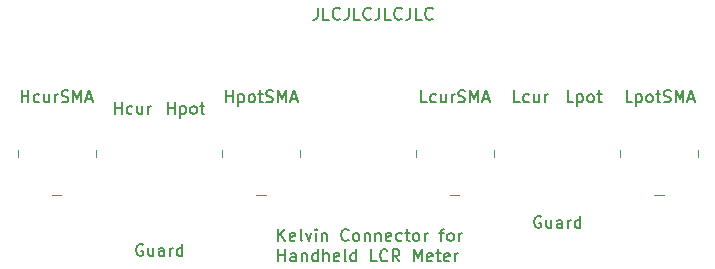
<source format=gbr>
G04 #@! TF.GenerationSoftware,KiCad,Pcbnew,(5.1.0)-1*
G04 #@! TF.CreationDate,2019-08-14T22:30:10+08:00*
G04 #@! TF.ProjectId,Kelvin Connector for Handheld LCR Meter,4b656c76-696e-4204-936f-6e6e6563746f,1.01*
G04 #@! TF.SameCoordinates,Original*
G04 #@! TF.FileFunction,Legend,Top*
G04 #@! TF.FilePolarity,Positive*
%FSLAX46Y46*%
G04 Gerber Fmt 4.6, Leading zero omitted, Abs format (unit mm)*
G04 Created by KiCad (PCBNEW (5.1.0)-1) date 2019-08-14 22:30:10*
%MOMM*%
%LPD*%
G04 APERTURE LIST*
%ADD10C,0.203200*%
%ADD11C,0.100000*%
%ADD12C,0.150000*%
G04 APERTURE END LIST*
D10*
X211107047Y-80643619D02*
X211107047Y-81369333D01*
X211058666Y-81514476D01*
X210961904Y-81611238D01*
X210816761Y-81659619D01*
X210720000Y-81659619D01*
X212074666Y-81659619D02*
X211590857Y-81659619D01*
X211590857Y-80643619D01*
X212993904Y-81562857D02*
X212945523Y-81611238D01*
X212800380Y-81659619D01*
X212703619Y-81659619D01*
X212558476Y-81611238D01*
X212461714Y-81514476D01*
X212413333Y-81417714D01*
X212364952Y-81224190D01*
X212364952Y-81079047D01*
X212413333Y-80885523D01*
X212461714Y-80788761D01*
X212558476Y-80692000D01*
X212703619Y-80643619D01*
X212800380Y-80643619D01*
X212945523Y-80692000D01*
X212993904Y-80740380D01*
X213719619Y-80643619D02*
X213719619Y-81369333D01*
X213671238Y-81514476D01*
X213574476Y-81611238D01*
X213429333Y-81659619D01*
X213332571Y-81659619D01*
X214687238Y-81659619D02*
X214203428Y-81659619D01*
X214203428Y-80643619D01*
X215606476Y-81562857D02*
X215558095Y-81611238D01*
X215412952Y-81659619D01*
X215316190Y-81659619D01*
X215171047Y-81611238D01*
X215074285Y-81514476D01*
X215025904Y-81417714D01*
X214977523Y-81224190D01*
X214977523Y-81079047D01*
X215025904Y-80885523D01*
X215074285Y-80788761D01*
X215171047Y-80692000D01*
X215316190Y-80643619D01*
X215412952Y-80643619D01*
X215558095Y-80692000D01*
X215606476Y-80740380D01*
X216332190Y-80643619D02*
X216332190Y-81369333D01*
X216283809Y-81514476D01*
X216187047Y-81611238D01*
X216041904Y-81659619D01*
X215945142Y-81659619D01*
X217299809Y-81659619D02*
X216816000Y-81659619D01*
X216816000Y-80643619D01*
X218219047Y-81562857D02*
X218170666Y-81611238D01*
X218025523Y-81659619D01*
X217928761Y-81659619D01*
X217783619Y-81611238D01*
X217686857Y-81514476D01*
X217638476Y-81417714D01*
X217590095Y-81224190D01*
X217590095Y-81079047D01*
X217638476Y-80885523D01*
X217686857Y-80788761D01*
X217783619Y-80692000D01*
X217928761Y-80643619D01*
X218025523Y-80643619D01*
X218170666Y-80692000D01*
X218219047Y-80740380D01*
X218944761Y-80643619D02*
X218944761Y-81369333D01*
X218896380Y-81514476D01*
X218799619Y-81611238D01*
X218654476Y-81659619D01*
X218557714Y-81659619D01*
X219912380Y-81659619D02*
X219428571Y-81659619D01*
X219428571Y-80643619D01*
X220831619Y-81562857D02*
X220783238Y-81611238D01*
X220638095Y-81659619D01*
X220541333Y-81659619D01*
X220396190Y-81611238D01*
X220299428Y-81514476D01*
X220251047Y-81417714D01*
X220202666Y-81224190D01*
X220202666Y-81079047D01*
X220251047Y-80885523D01*
X220299428Y-80788761D01*
X220396190Y-80692000D01*
X220541333Y-80643619D01*
X220638095Y-80643619D01*
X220783238Y-80692000D01*
X220831619Y-80740380D01*
X207773984Y-100396019D02*
X207773984Y-99380019D01*
X208354556Y-100396019D02*
X207919127Y-99815447D01*
X208354556Y-99380019D02*
X207773984Y-99960590D01*
X209177032Y-100347638D02*
X209080270Y-100396019D01*
X208886746Y-100396019D01*
X208789984Y-100347638D01*
X208741603Y-100250876D01*
X208741603Y-99863828D01*
X208789984Y-99767066D01*
X208886746Y-99718685D01*
X209080270Y-99718685D01*
X209177032Y-99767066D01*
X209225413Y-99863828D01*
X209225413Y-99960590D01*
X208741603Y-100057352D01*
X209805984Y-100396019D02*
X209709222Y-100347638D01*
X209660841Y-100250876D01*
X209660841Y-99380019D01*
X210096270Y-99718685D02*
X210338175Y-100396019D01*
X210580080Y-99718685D01*
X210967127Y-100396019D02*
X210967127Y-99718685D01*
X210967127Y-99380019D02*
X210918746Y-99428400D01*
X210967127Y-99476780D01*
X211015508Y-99428400D01*
X210967127Y-99380019D01*
X210967127Y-99476780D01*
X211450937Y-99718685D02*
X211450937Y-100396019D01*
X211450937Y-99815447D02*
X211499318Y-99767066D01*
X211596080Y-99718685D01*
X211741222Y-99718685D01*
X211837984Y-99767066D01*
X211886365Y-99863828D01*
X211886365Y-100396019D01*
X213724841Y-100299257D02*
X213676460Y-100347638D01*
X213531318Y-100396019D01*
X213434556Y-100396019D01*
X213289413Y-100347638D01*
X213192651Y-100250876D01*
X213144270Y-100154114D01*
X213095889Y-99960590D01*
X213095889Y-99815447D01*
X213144270Y-99621923D01*
X213192651Y-99525161D01*
X213289413Y-99428400D01*
X213434556Y-99380019D01*
X213531318Y-99380019D01*
X213676460Y-99428400D01*
X213724841Y-99476780D01*
X214305413Y-100396019D02*
X214208651Y-100347638D01*
X214160270Y-100299257D01*
X214111889Y-100202495D01*
X214111889Y-99912209D01*
X214160270Y-99815447D01*
X214208651Y-99767066D01*
X214305413Y-99718685D01*
X214450556Y-99718685D01*
X214547318Y-99767066D01*
X214595699Y-99815447D01*
X214644080Y-99912209D01*
X214644080Y-100202495D01*
X214595699Y-100299257D01*
X214547318Y-100347638D01*
X214450556Y-100396019D01*
X214305413Y-100396019D01*
X215079508Y-99718685D02*
X215079508Y-100396019D01*
X215079508Y-99815447D02*
X215127889Y-99767066D01*
X215224651Y-99718685D01*
X215369794Y-99718685D01*
X215466556Y-99767066D01*
X215514937Y-99863828D01*
X215514937Y-100396019D01*
X215998746Y-99718685D02*
X215998746Y-100396019D01*
X215998746Y-99815447D02*
X216047127Y-99767066D01*
X216143889Y-99718685D01*
X216289032Y-99718685D01*
X216385794Y-99767066D01*
X216434175Y-99863828D01*
X216434175Y-100396019D01*
X217305032Y-100347638D02*
X217208270Y-100396019D01*
X217014746Y-100396019D01*
X216917984Y-100347638D01*
X216869603Y-100250876D01*
X216869603Y-99863828D01*
X216917984Y-99767066D01*
X217014746Y-99718685D01*
X217208270Y-99718685D01*
X217305032Y-99767066D01*
X217353413Y-99863828D01*
X217353413Y-99960590D01*
X216869603Y-100057352D01*
X218224270Y-100347638D02*
X218127508Y-100396019D01*
X217933984Y-100396019D01*
X217837222Y-100347638D01*
X217788841Y-100299257D01*
X217740460Y-100202495D01*
X217740460Y-99912209D01*
X217788841Y-99815447D01*
X217837222Y-99767066D01*
X217933984Y-99718685D01*
X218127508Y-99718685D01*
X218224270Y-99767066D01*
X218514556Y-99718685D02*
X218901603Y-99718685D01*
X218659699Y-99380019D02*
X218659699Y-100250876D01*
X218708080Y-100347638D01*
X218804841Y-100396019D01*
X218901603Y-100396019D01*
X219385413Y-100396019D02*
X219288651Y-100347638D01*
X219240270Y-100299257D01*
X219191889Y-100202495D01*
X219191889Y-99912209D01*
X219240270Y-99815447D01*
X219288651Y-99767066D01*
X219385413Y-99718685D01*
X219530556Y-99718685D01*
X219627318Y-99767066D01*
X219675699Y-99815447D01*
X219724080Y-99912209D01*
X219724080Y-100202495D01*
X219675699Y-100299257D01*
X219627318Y-100347638D01*
X219530556Y-100396019D01*
X219385413Y-100396019D01*
X220159508Y-100396019D02*
X220159508Y-99718685D01*
X220159508Y-99912209D02*
X220207889Y-99815447D01*
X220256270Y-99767066D01*
X220353032Y-99718685D01*
X220449794Y-99718685D01*
X221417413Y-99718685D02*
X221804460Y-99718685D01*
X221562556Y-100396019D02*
X221562556Y-99525161D01*
X221610937Y-99428400D01*
X221707699Y-99380019D01*
X221804460Y-99380019D01*
X222288270Y-100396019D02*
X222191508Y-100347638D01*
X222143127Y-100299257D01*
X222094746Y-100202495D01*
X222094746Y-99912209D01*
X222143127Y-99815447D01*
X222191508Y-99767066D01*
X222288270Y-99718685D01*
X222433413Y-99718685D01*
X222530175Y-99767066D01*
X222578556Y-99815447D01*
X222626937Y-99912209D01*
X222626937Y-100202495D01*
X222578556Y-100299257D01*
X222530175Y-100347638D01*
X222433413Y-100396019D01*
X222288270Y-100396019D01*
X223062365Y-100396019D02*
X223062365Y-99718685D01*
X223062365Y-99912209D02*
X223110746Y-99815447D01*
X223159127Y-99767066D01*
X223255889Y-99718685D01*
X223352651Y-99718685D01*
X207773984Y-102123219D02*
X207773984Y-101107219D01*
X207773984Y-101591028D02*
X208354556Y-101591028D01*
X208354556Y-102123219D02*
X208354556Y-101107219D01*
X209273794Y-102123219D02*
X209273794Y-101591028D01*
X209225413Y-101494266D01*
X209128651Y-101445885D01*
X208935127Y-101445885D01*
X208838365Y-101494266D01*
X209273794Y-102074838D02*
X209177032Y-102123219D01*
X208935127Y-102123219D01*
X208838365Y-102074838D01*
X208789984Y-101978076D01*
X208789984Y-101881314D01*
X208838365Y-101784552D01*
X208935127Y-101736171D01*
X209177032Y-101736171D01*
X209273794Y-101687790D01*
X209757603Y-101445885D02*
X209757603Y-102123219D01*
X209757603Y-101542647D02*
X209805984Y-101494266D01*
X209902746Y-101445885D01*
X210047889Y-101445885D01*
X210144651Y-101494266D01*
X210193032Y-101591028D01*
X210193032Y-102123219D01*
X211112270Y-102123219D02*
X211112270Y-101107219D01*
X211112270Y-102074838D02*
X211015508Y-102123219D01*
X210821984Y-102123219D01*
X210725222Y-102074838D01*
X210676841Y-102026457D01*
X210628460Y-101929695D01*
X210628460Y-101639409D01*
X210676841Y-101542647D01*
X210725222Y-101494266D01*
X210821984Y-101445885D01*
X211015508Y-101445885D01*
X211112270Y-101494266D01*
X211596080Y-102123219D02*
X211596080Y-101107219D01*
X212031508Y-102123219D02*
X212031508Y-101591028D01*
X211983127Y-101494266D01*
X211886365Y-101445885D01*
X211741222Y-101445885D01*
X211644460Y-101494266D01*
X211596080Y-101542647D01*
X212902365Y-102074838D02*
X212805603Y-102123219D01*
X212612080Y-102123219D01*
X212515318Y-102074838D01*
X212466937Y-101978076D01*
X212466937Y-101591028D01*
X212515318Y-101494266D01*
X212612080Y-101445885D01*
X212805603Y-101445885D01*
X212902365Y-101494266D01*
X212950746Y-101591028D01*
X212950746Y-101687790D01*
X212466937Y-101784552D01*
X213531318Y-102123219D02*
X213434556Y-102074838D01*
X213386175Y-101978076D01*
X213386175Y-101107219D01*
X214353794Y-102123219D02*
X214353794Y-101107219D01*
X214353794Y-102074838D02*
X214257032Y-102123219D01*
X214063508Y-102123219D01*
X213966746Y-102074838D01*
X213918365Y-102026457D01*
X213869984Y-101929695D01*
X213869984Y-101639409D01*
X213918365Y-101542647D01*
X213966746Y-101494266D01*
X214063508Y-101445885D01*
X214257032Y-101445885D01*
X214353794Y-101494266D01*
X216095508Y-102123219D02*
X215611699Y-102123219D01*
X215611699Y-101107219D01*
X217014746Y-102026457D02*
X216966365Y-102074838D01*
X216821222Y-102123219D01*
X216724460Y-102123219D01*
X216579318Y-102074838D01*
X216482556Y-101978076D01*
X216434175Y-101881314D01*
X216385794Y-101687790D01*
X216385794Y-101542647D01*
X216434175Y-101349123D01*
X216482556Y-101252361D01*
X216579318Y-101155600D01*
X216724460Y-101107219D01*
X216821222Y-101107219D01*
X216966365Y-101155600D01*
X217014746Y-101203980D01*
X218030746Y-102123219D02*
X217692080Y-101639409D01*
X217450175Y-102123219D02*
X217450175Y-101107219D01*
X217837222Y-101107219D01*
X217933984Y-101155600D01*
X217982365Y-101203980D01*
X218030746Y-101300742D01*
X218030746Y-101445885D01*
X217982365Y-101542647D01*
X217933984Y-101591028D01*
X217837222Y-101639409D01*
X217450175Y-101639409D01*
X219240270Y-102123219D02*
X219240270Y-101107219D01*
X219578937Y-101832933D01*
X219917603Y-101107219D01*
X219917603Y-102123219D01*
X220788460Y-102074838D02*
X220691699Y-102123219D01*
X220498175Y-102123219D01*
X220401413Y-102074838D01*
X220353032Y-101978076D01*
X220353032Y-101591028D01*
X220401413Y-101494266D01*
X220498175Y-101445885D01*
X220691699Y-101445885D01*
X220788460Y-101494266D01*
X220836841Y-101591028D01*
X220836841Y-101687790D01*
X220353032Y-101784552D01*
X221127127Y-101445885D02*
X221514175Y-101445885D01*
X221272270Y-101107219D02*
X221272270Y-101978076D01*
X221320651Y-102074838D01*
X221417413Y-102123219D01*
X221514175Y-102123219D01*
X222239889Y-102074838D02*
X222143127Y-102123219D01*
X221949603Y-102123219D01*
X221852841Y-102074838D01*
X221804460Y-101978076D01*
X221804460Y-101591028D01*
X221852841Y-101494266D01*
X221949603Y-101445885D01*
X222143127Y-101445885D01*
X222239889Y-101494266D01*
X222288270Y-101591028D01*
X222288270Y-101687790D01*
X221804460Y-101784552D01*
X222723699Y-102123219D02*
X222723699Y-101445885D01*
X222723699Y-101639409D02*
X222772080Y-101542647D01*
X222820460Y-101494266D01*
X222917222Y-101445885D01*
X223013984Y-101445885D01*
D11*
X222700000Y-96500000D02*
X223100000Y-96500000D01*
X222700000Y-96500000D02*
X222300000Y-96500000D01*
X219400000Y-93300000D02*
X219400000Y-92700000D01*
X226000000Y-93300000D02*
X226000000Y-92700000D01*
X209600000Y-93300000D02*
X209600000Y-92700000D01*
X203000000Y-93300000D02*
X203000000Y-92700000D01*
X206300000Y-96500000D02*
X205900000Y-96500000D01*
X206300000Y-96500000D02*
X206700000Y-96500000D01*
X189000000Y-96500000D02*
X189400000Y-96500000D01*
X189000000Y-96500000D02*
X188600000Y-96500000D01*
X185700000Y-93300000D02*
X185700000Y-92700000D01*
X192300000Y-93300000D02*
X192300000Y-92700000D01*
X243300000Y-93300000D02*
X243300000Y-92700000D01*
X236700000Y-93300000D02*
X236700000Y-92700000D01*
X240000000Y-96500000D02*
X239600000Y-96500000D01*
X240000000Y-96500000D02*
X240400000Y-96500000D01*
D12*
X220342857Y-88652380D02*
X219866666Y-88652380D01*
X219866666Y-87652380D01*
X221104761Y-88604761D02*
X221009523Y-88652380D01*
X220819047Y-88652380D01*
X220723809Y-88604761D01*
X220676190Y-88557142D01*
X220628571Y-88461904D01*
X220628571Y-88176190D01*
X220676190Y-88080952D01*
X220723809Y-88033333D01*
X220819047Y-87985714D01*
X221009523Y-87985714D01*
X221104761Y-88033333D01*
X221961904Y-87985714D02*
X221961904Y-88652380D01*
X221533333Y-87985714D02*
X221533333Y-88509523D01*
X221580952Y-88604761D01*
X221676190Y-88652380D01*
X221819047Y-88652380D01*
X221914285Y-88604761D01*
X221961904Y-88557142D01*
X222438095Y-88652380D02*
X222438095Y-87985714D01*
X222438095Y-88176190D02*
X222485714Y-88080952D01*
X222533333Y-88033333D01*
X222628571Y-87985714D01*
X222723809Y-87985714D01*
X223009523Y-88604761D02*
X223152380Y-88652380D01*
X223390476Y-88652380D01*
X223485714Y-88604761D01*
X223533333Y-88557142D01*
X223580952Y-88461904D01*
X223580952Y-88366666D01*
X223533333Y-88271428D01*
X223485714Y-88223809D01*
X223390476Y-88176190D01*
X223200000Y-88128571D01*
X223104761Y-88080952D01*
X223057142Y-88033333D01*
X223009523Y-87938095D01*
X223009523Y-87842857D01*
X223057142Y-87747619D01*
X223104761Y-87700000D01*
X223200000Y-87652380D01*
X223438095Y-87652380D01*
X223580952Y-87700000D01*
X224009523Y-88652380D02*
X224009523Y-87652380D01*
X224342857Y-88366666D01*
X224676190Y-87652380D01*
X224676190Y-88652380D01*
X225104761Y-88366666D02*
X225580952Y-88366666D01*
X225009523Y-88652380D02*
X225342857Y-87652380D01*
X225676190Y-88652380D01*
X229993238Y-98348000D02*
X229898000Y-98300380D01*
X229755142Y-98300380D01*
X229612285Y-98348000D01*
X229517047Y-98443238D01*
X229469428Y-98538476D01*
X229421809Y-98728952D01*
X229421809Y-98871809D01*
X229469428Y-99062285D01*
X229517047Y-99157523D01*
X229612285Y-99252761D01*
X229755142Y-99300380D01*
X229850380Y-99300380D01*
X229993238Y-99252761D01*
X230040857Y-99205142D01*
X230040857Y-98871809D01*
X229850380Y-98871809D01*
X230898000Y-98633714D02*
X230898000Y-99300380D01*
X230469428Y-98633714D02*
X230469428Y-99157523D01*
X230517047Y-99252761D01*
X230612285Y-99300380D01*
X230755142Y-99300380D01*
X230850380Y-99252761D01*
X230898000Y-99205142D01*
X231802761Y-99300380D02*
X231802761Y-98776571D01*
X231755142Y-98681333D01*
X231659904Y-98633714D01*
X231469428Y-98633714D01*
X231374190Y-98681333D01*
X231802761Y-99252761D02*
X231707523Y-99300380D01*
X231469428Y-99300380D01*
X231374190Y-99252761D01*
X231326571Y-99157523D01*
X231326571Y-99062285D01*
X231374190Y-98967047D01*
X231469428Y-98919428D01*
X231707523Y-98919428D01*
X231802761Y-98871809D01*
X232278952Y-99300380D02*
X232278952Y-98633714D01*
X232278952Y-98824190D02*
X232326571Y-98728952D01*
X232374190Y-98681333D01*
X232469428Y-98633714D01*
X232564666Y-98633714D01*
X233326571Y-99300380D02*
X233326571Y-98300380D01*
X233326571Y-99252761D02*
X233231333Y-99300380D01*
X233040857Y-99300380D01*
X232945619Y-99252761D01*
X232898000Y-99205142D01*
X232850380Y-99109904D01*
X232850380Y-98824190D01*
X232898000Y-98728952D01*
X232945619Y-98681333D01*
X233040857Y-98633714D01*
X233231333Y-98633714D01*
X233326571Y-98681333D01*
X196295238Y-100700000D02*
X196200000Y-100652380D01*
X196057142Y-100652380D01*
X195914285Y-100700000D01*
X195819047Y-100795238D01*
X195771428Y-100890476D01*
X195723809Y-101080952D01*
X195723809Y-101223809D01*
X195771428Y-101414285D01*
X195819047Y-101509523D01*
X195914285Y-101604761D01*
X196057142Y-101652380D01*
X196152380Y-101652380D01*
X196295238Y-101604761D01*
X196342857Y-101557142D01*
X196342857Y-101223809D01*
X196152380Y-101223809D01*
X197200000Y-100985714D02*
X197200000Y-101652380D01*
X196771428Y-100985714D02*
X196771428Y-101509523D01*
X196819047Y-101604761D01*
X196914285Y-101652380D01*
X197057142Y-101652380D01*
X197152380Y-101604761D01*
X197200000Y-101557142D01*
X198104761Y-101652380D02*
X198104761Y-101128571D01*
X198057142Y-101033333D01*
X197961904Y-100985714D01*
X197771428Y-100985714D01*
X197676190Y-101033333D01*
X198104761Y-101604761D02*
X198009523Y-101652380D01*
X197771428Y-101652380D01*
X197676190Y-101604761D01*
X197628571Y-101509523D01*
X197628571Y-101414285D01*
X197676190Y-101319047D01*
X197771428Y-101271428D01*
X198009523Y-101271428D01*
X198104761Y-101223809D01*
X198580952Y-101652380D02*
X198580952Y-100985714D01*
X198580952Y-101176190D02*
X198628571Y-101080952D01*
X198676190Y-101033333D01*
X198771428Y-100985714D01*
X198866666Y-100985714D01*
X199628571Y-101652380D02*
X199628571Y-100652380D01*
X199628571Y-101604761D02*
X199533333Y-101652380D01*
X199342857Y-101652380D01*
X199247619Y-101604761D01*
X199200000Y-101557142D01*
X199152380Y-101461904D01*
X199152380Y-101176190D01*
X199200000Y-101080952D01*
X199247619Y-101033333D01*
X199342857Y-100985714D01*
X199533333Y-100985714D01*
X199628571Y-101033333D01*
X193923809Y-89642380D02*
X193923809Y-88642380D01*
X193923809Y-89118571D02*
X194495238Y-89118571D01*
X194495238Y-89642380D02*
X194495238Y-88642380D01*
X195400000Y-89594761D02*
X195304761Y-89642380D01*
X195114285Y-89642380D01*
X195019047Y-89594761D01*
X194971428Y-89547142D01*
X194923809Y-89451904D01*
X194923809Y-89166190D01*
X194971428Y-89070952D01*
X195019047Y-89023333D01*
X195114285Y-88975714D01*
X195304761Y-88975714D01*
X195400000Y-89023333D01*
X196257142Y-88975714D02*
X196257142Y-89642380D01*
X195828571Y-88975714D02*
X195828571Y-89499523D01*
X195876190Y-89594761D01*
X195971428Y-89642380D01*
X196114285Y-89642380D01*
X196209523Y-89594761D01*
X196257142Y-89547142D01*
X196733333Y-89642380D02*
X196733333Y-88975714D01*
X196733333Y-89166190D02*
X196780952Y-89070952D01*
X196828571Y-89023333D01*
X196923809Y-88975714D01*
X197019047Y-88975714D01*
X203347619Y-88652380D02*
X203347619Y-87652380D01*
X203347619Y-88128571D02*
X203919047Y-88128571D01*
X203919047Y-88652380D02*
X203919047Y-87652380D01*
X204395238Y-87985714D02*
X204395238Y-88985714D01*
X204395238Y-88033333D02*
X204490476Y-87985714D01*
X204680952Y-87985714D01*
X204776190Y-88033333D01*
X204823809Y-88080952D01*
X204871428Y-88176190D01*
X204871428Y-88461904D01*
X204823809Y-88557142D01*
X204776190Y-88604761D01*
X204680952Y-88652380D01*
X204490476Y-88652380D01*
X204395238Y-88604761D01*
X205442857Y-88652380D02*
X205347619Y-88604761D01*
X205300000Y-88557142D01*
X205252380Y-88461904D01*
X205252380Y-88176190D01*
X205300000Y-88080952D01*
X205347619Y-88033333D01*
X205442857Y-87985714D01*
X205585714Y-87985714D01*
X205680952Y-88033333D01*
X205728571Y-88080952D01*
X205776190Y-88176190D01*
X205776190Y-88461904D01*
X205728571Y-88557142D01*
X205680952Y-88604761D01*
X205585714Y-88652380D01*
X205442857Y-88652380D01*
X206061904Y-87985714D02*
X206442857Y-87985714D01*
X206204761Y-87652380D02*
X206204761Y-88509523D01*
X206252380Y-88604761D01*
X206347619Y-88652380D01*
X206442857Y-88652380D01*
X206728571Y-88604761D02*
X206871428Y-88652380D01*
X207109523Y-88652380D01*
X207204761Y-88604761D01*
X207252380Y-88557142D01*
X207300000Y-88461904D01*
X207300000Y-88366666D01*
X207252380Y-88271428D01*
X207204761Y-88223809D01*
X207109523Y-88176190D01*
X206919047Y-88128571D01*
X206823809Y-88080952D01*
X206776190Y-88033333D01*
X206728571Y-87938095D01*
X206728571Y-87842857D01*
X206776190Y-87747619D01*
X206823809Y-87700000D01*
X206919047Y-87652380D01*
X207157142Y-87652380D01*
X207300000Y-87700000D01*
X207728571Y-88652380D02*
X207728571Y-87652380D01*
X208061904Y-88366666D01*
X208395238Y-87652380D01*
X208395238Y-88652380D01*
X208823809Y-88366666D02*
X209300000Y-88366666D01*
X208728571Y-88652380D02*
X209061904Y-87652380D01*
X209395238Y-88652380D01*
X198423809Y-89642380D02*
X198423809Y-88642380D01*
X198423809Y-89118571D02*
X198995238Y-89118571D01*
X198995238Y-89642380D02*
X198995238Y-88642380D01*
X199471428Y-88975714D02*
X199471428Y-89975714D01*
X199471428Y-89023333D02*
X199566666Y-88975714D01*
X199757142Y-88975714D01*
X199852380Y-89023333D01*
X199900000Y-89070952D01*
X199947619Y-89166190D01*
X199947619Y-89451904D01*
X199900000Y-89547142D01*
X199852380Y-89594761D01*
X199757142Y-89642380D01*
X199566666Y-89642380D01*
X199471428Y-89594761D01*
X200519047Y-89642380D02*
X200423809Y-89594761D01*
X200376190Y-89547142D01*
X200328571Y-89451904D01*
X200328571Y-89166190D01*
X200376190Y-89070952D01*
X200423809Y-89023333D01*
X200519047Y-88975714D01*
X200661904Y-88975714D01*
X200757142Y-89023333D01*
X200804761Y-89070952D01*
X200852380Y-89166190D01*
X200852380Y-89451904D01*
X200804761Y-89547142D01*
X200757142Y-89594761D01*
X200661904Y-89642380D01*
X200519047Y-89642380D01*
X201138095Y-88975714D02*
X201519047Y-88975714D01*
X201280952Y-88642380D02*
X201280952Y-89499523D01*
X201328571Y-89594761D01*
X201423809Y-89642380D01*
X201519047Y-89642380D01*
X186047619Y-88652380D02*
X186047619Y-87652380D01*
X186047619Y-88128571D02*
X186619047Y-88128571D01*
X186619047Y-88652380D02*
X186619047Y-87652380D01*
X187523809Y-88604761D02*
X187428571Y-88652380D01*
X187238095Y-88652380D01*
X187142857Y-88604761D01*
X187095238Y-88557142D01*
X187047619Y-88461904D01*
X187047619Y-88176190D01*
X187095238Y-88080952D01*
X187142857Y-88033333D01*
X187238095Y-87985714D01*
X187428571Y-87985714D01*
X187523809Y-88033333D01*
X188380952Y-87985714D02*
X188380952Y-88652380D01*
X187952380Y-87985714D02*
X187952380Y-88509523D01*
X188000000Y-88604761D01*
X188095238Y-88652380D01*
X188238095Y-88652380D01*
X188333333Y-88604761D01*
X188380952Y-88557142D01*
X188857142Y-88652380D02*
X188857142Y-87985714D01*
X188857142Y-88176190D02*
X188904761Y-88080952D01*
X188952380Y-88033333D01*
X189047619Y-87985714D01*
X189142857Y-87985714D01*
X189428571Y-88604761D02*
X189571428Y-88652380D01*
X189809523Y-88652380D01*
X189904761Y-88604761D01*
X189952380Y-88557142D01*
X190000000Y-88461904D01*
X190000000Y-88366666D01*
X189952380Y-88271428D01*
X189904761Y-88223809D01*
X189809523Y-88176190D01*
X189619047Y-88128571D01*
X189523809Y-88080952D01*
X189476190Y-88033333D01*
X189428571Y-87938095D01*
X189428571Y-87842857D01*
X189476190Y-87747619D01*
X189523809Y-87700000D01*
X189619047Y-87652380D01*
X189857142Y-87652380D01*
X190000000Y-87700000D01*
X190428571Y-88652380D02*
X190428571Y-87652380D01*
X190761904Y-88366666D01*
X191095238Y-87652380D01*
X191095238Y-88652380D01*
X191523809Y-88366666D02*
X192000000Y-88366666D01*
X191428571Y-88652380D02*
X191761904Y-87652380D01*
X192095238Y-88652380D01*
X228219047Y-88652380D02*
X227742857Y-88652380D01*
X227742857Y-87652380D01*
X228980952Y-88604761D02*
X228885714Y-88652380D01*
X228695238Y-88652380D01*
X228600000Y-88604761D01*
X228552380Y-88557142D01*
X228504761Y-88461904D01*
X228504761Y-88176190D01*
X228552380Y-88080952D01*
X228600000Y-88033333D01*
X228695238Y-87985714D01*
X228885714Y-87985714D01*
X228980952Y-88033333D01*
X229838095Y-87985714D02*
X229838095Y-88652380D01*
X229409523Y-87985714D02*
X229409523Y-88509523D01*
X229457142Y-88604761D01*
X229552380Y-88652380D01*
X229695238Y-88652380D01*
X229790476Y-88604761D01*
X229838095Y-88557142D01*
X230314285Y-88652380D02*
X230314285Y-87985714D01*
X230314285Y-88176190D02*
X230361904Y-88080952D01*
X230409523Y-88033333D01*
X230504761Y-87985714D01*
X230600000Y-87985714D01*
X237742857Y-88652380D02*
X237266666Y-88652380D01*
X237266666Y-87652380D01*
X238076190Y-87985714D02*
X238076190Y-88985714D01*
X238076190Y-88033333D02*
X238171428Y-87985714D01*
X238361904Y-87985714D01*
X238457142Y-88033333D01*
X238504761Y-88080952D01*
X238552380Y-88176190D01*
X238552380Y-88461904D01*
X238504761Y-88557142D01*
X238457142Y-88604761D01*
X238361904Y-88652380D01*
X238171428Y-88652380D01*
X238076190Y-88604761D01*
X239123809Y-88652380D02*
X239028571Y-88604761D01*
X238980952Y-88557142D01*
X238933333Y-88461904D01*
X238933333Y-88176190D01*
X238980952Y-88080952D01*
X239028571Y-88033333D01*
X239123809Y-87985714D01*
X239266666Y-87985714D01*
X239361904Y-88033333D01*
X239409523Y-88080952D01*
X239457142Y-88176190D01*
X239457142Y-88461904D01*
X239409523Y-88557142D01*
X239361904Y-88604761D01*
X239266666Y-88652380D01*
X239123809Y-88652380D01*
X239742857Y-87985714D02*
X240123809Y-87985714D01*
X239885714Y-87652380D02*
X239885714Y-88509523D01*
X239933333Y-88604761D01*
X240028571Y-88652380D01*
X240123809Y-88652380D01*
X240409523Y-88604761D02*
X240552380Y-88652380D01*
X240790476Y-88652380D01*
X240885714Y-88604761D01*
X240933333Y-88557142D01*
X240980952Y-88461904D01*
X240980952Y-88366666D01*
X240933333Y-88271428D01*
X240885714Y-88223809D01*
X240790476Y-88176190D01*
X240600000Y-88128571D01*
X240504761Y-88080952D01*
X240457142Y-88033333D01*
X240409523Y-87938095D01*
X240409523Y-87842857D01*
X240457142Y-87747619D01*
X240504761Y-87700000D01*
X240600000Y-87652380D01*
X240838095Y-87652380D01*
X240980952Y-87700000D01*
X241409523Y-88652380D02*
X241409523Y-87652380D01*
X241742857Y-88366666D01*
X242076190Y-87652380D01*
X242076190Y-88652380D01*
X242504761Y-88366666D02*
X242980952Y-88366666D01*
X242409523Y-88652380D02*
X242742857Y-87652380D01*
X243076190Y-88652380D01*
X232753047Y-88652380D02*
X232276857Y-88652380D01*
X232276857Y-87652380D01*
X233086380Y-87985714D02*
X233086380Y-88985714D01*
X233086380Y-88033333D02*
X233181619Y-87985714D01*
X233372095Y-87985714D01*
X233467333Y-88033333D01*
X233514952Y-88080952D01*
X233562571Y-88176190D01*
X233562571Y-88461904D01*
X233514952Y-88557142D01*
X233467333Y-88604761D01*
X233372095Y-88652380D01*
X233181619Y-88652380D01*
X233086380Y-88604761D01*
X234134000Y-88652380D02*
X234038761Y-88604761D01*
X233991142Y-88557142D01*
X233943523Y-88461904D01*
X233943523Y-88176190D01*
X233991142Y-88080952D01*
X234038761Y-88033333D01*
X234134000Y-87985714D01*
X234276857Y-87985714D01*
X234372095Y-88033333D01*
X234419714Y-88080952D01*
X234467333Y-88176190D01*
X234467333Y-88461904D01*
X234419714Y-88557142D01*
X234372095Y-88604761D01*
X234276857Y-88652380D01*
X234134000Y-88652380D01*
X234753047Y-87985714D02*
X235134000Y-87985714D01*
X234895904Y-87652380D02*
X234895904Y-88509523D01*
X234943523Y-88604761D01*
X235038761Y-88652380D01*
X235134000Y-88652380D01*
M02*

</source>
